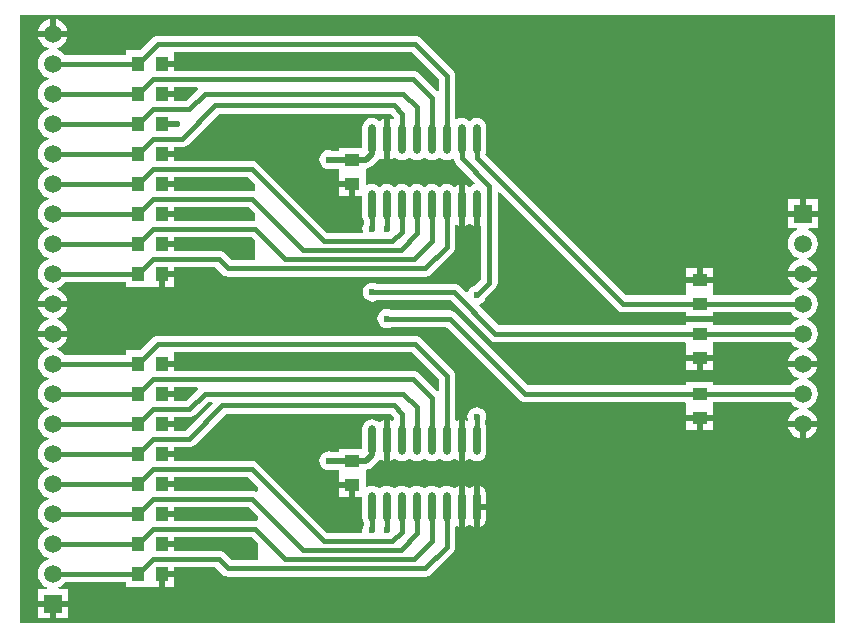
<source format=gtl>
G04*
G04 #@! TF.GenerationSoftware,Altium Limited,Altium Designer,25.2.1 (25)*
G04*
G04 Layer_Physical_Order=1*
G04 Layer_Color=255*
%FSLAX44Y44*%
%MOMM*%
G71*
G04*
G04 #@! TF.SameCoordinates,855B9A58-CFE3-4230-A620-731D9DC95041*
G04*
G04*
G04 #@! TF.FilePolarity,Positive*
G04*
G01*
G75*
%ADD15R,1.2700X1.0160*%
%ADD16O,0.6000X2.5400*%
%ADD17R,1.0160X1.2700*%
%ADD24C,0.3810*%
%ADD25C,0.5000*%
%ADD26C,1.5000*%
%ADD27R,1.5000X1.5000*%
%ADD28C,0.6000*%
G36*
X695000Y5000D02*
X5000D01*
Y520000D01*
X695000D01*
Y5000D01*
D02*
G37*
%LPC*%
G36*
X35040Y516073D02*
Y506340D01*
X44774D01*
X44678Y507063D01*
X43419Y510104D01*
X41415Y512715D01*
X38804Y514719D01*
X35763Y515978D01*
X35040Y516073D01*
D02*
G37*
G36*
X29960D02*
X29237Y515978D01*
X26196Y514719D01*
X23585Y512715D01*
X21581Y510104D01*
X20322Y507063D01*
X20227Y506340D01*
X29960D01*
Y516073D01*
D02*
G37*
G36*
X32500Y503800D02*
D01*
Y501260D01*
X20227D01*
X20322Y500537D01*
X21581Y497496D01*
X23585Y494885D01*
X26196Y492881D01*
X28923Y491752D01*
X28923Y491750D01*
Y490450D01*
X28923Y490448D01*
X26196Y489319D01*
X23585Y487315D01*
X21581Y484704D01*
X20322Y481663D01*
X19892Y478400D01*
X20322Y475137D01*
X21581Y472096D01*
X23585Y469485D01*
X26196Y467481D01*
X28923Y466352D01*
X28923Y466350D01*
Y465050D01*
X28923Y465048D01*
X26196Y463919D01*
X23585Y461915D01*
X21581Y459304D01*
X20322Y456263D01*
X19892Y453000D01*
X20322Y449737D01*
X21581Y446696D01*
X23585Y444085D01*
X26196Y442081D01*
X28923Y440952D01*
X28923Y440950D01*
Y439650D01*
X28923Y439648D01*
X26196Y438519D01*
X23585Y436515D01*
X21581Y433904D01*
X20322Y430863D01*
X19892Y427600D01*
X20322Y424337D01*
X21581Y421296D01*
X23585Y418685D01*
X26196Y416681D01*
X28923Y415552D01*
X28923Y415550D01*
Y414250D01*
X28923Y414248D01*
X26196Y413119D01*
X23585Y411115D01*
X21581Y408504D01*
X20322Y405463D01*
X19892Y402200D01*
X20322Y398937D01*
X21581Y395896D01*
X23585Y393285D01*
X26196Y391281D01*
X28923Y390152D01*
X28923Y390150D01*
Y388850D01*
X28923Y388848D01*
X26196Y387719D01*
X23585Y385715D01*
X21581Y383104D01*
X20322Y380063D01*
X19892Y376800D01*
X20322Y373537D01*
X21581Y370496D01*
X23585Y367885D01*
X26196Y365881D01*
X28923Y364752D01*
X28923Y364750D01*
Y363450D01*
X28923Y363448D01*
X26196Y362319D01*
X23585Y360315D01*
X21581Y357704D01*
X20322Y354663D01*
X19892Y351400D01*
X20322Y348137D01*
X21581Y345096D01*
X23585Y342485D01*
X26196Y340481D01*
X28923Y339352D01*
X28923Y339350D01*
Y338050D01*
X28923Y338048D01*
X26196Y336919D01*
X23585Y334915D01*
X21581Y332304D01*
X20322Y329263D01*
X19892Y326000D01*
X20322Y322737D01*
X21581Y319696D01*
X23585Y317085D01*
X26196Y315081D01*
X28923Y313952D01*
X28923Y313950D01*
Y312650D01*
X28923Y312648D01*
X26196Y311519D01*
X23585Y309515D01*
X21581Y306904D01*
X20322Y303863D01*
X19892Y300600D01*
X20322Y297337D01*
X21581Y294296D01*
X23585Y291685D01*
X26196Y289681D01*
X28923Y288552D01*
X28923Y288550D01*
Y287250D01*
X28923Y287248D01*
X26196Y286119D01*
X23585Y284115D01*
X21581Y281504D01*
X20322Y278463D01*
X20227Y277740D01*
X32500D01*
X44774D01*
X44678Y278463D01*
X43419Y281504D01*
X41415Y284115D01*
X38804Y286119D01*
X36077Y287248D01*
X36077Y287250D01*
Y288550D01*
X36077Y288552D01*
X38804Y289681D01*
X41415Y291685D01*
X42912Y293635D01*
X94760D01*
Y289250D01*
X113810D01*
X114920Y289250D01*
Y289250D01*
X115080D01*
Y289250D01*
X122620D01*
Y300600D01*
X125160D01*
Y303140D01*
X135240D01*
Y306032D01*
X170119D01*
X176075Y300075D01*
X177518Y298969D01*
X179197Y298273D01*
X181000Y298035D01*
X348000D01*
X349803Y298273D01*
X351482Y298969D01*
X352925Y300075D01*
X370975Y318125D01*
X372081Y319568D01*
X372777Y321247D01*
X373014Y323050D01*
X373014Y323050D01*
Y341609D01*
X374285Y342235D01*
X374715Y341905D01*
X376210Y341286D01*
Y358593D01*
Y375900D01*
X374715Y375281D01*
X373241Y374149D01*
X372493Y373986D01*
X372307D01*
X371559Y374149D01*
X370084Y375281D01*
X368138Y376087D01*
X366050Y376362D01*
X363961Y376087D01*
X362015Y375281D01*
X360541Y374149D01*
X359793Y373986D01*
X359607D01*
X358859Y374149D01*
X357384Y375281D01*
X355438Y376087D01*
X353350Y376362D01*
X351261Y376087D01*
X349315Y375281D01*
X347644Y373998D01*
X347635Y373986D01*
X346365D01*
X346356Y373998D01*
X344684Y375281D01*
X342738Y376087D01*
X340650Y376362D01*
X338562Y376087D01*
X336615Y375281D01*
X334944Y373998D01*
X334935Y373986D01*
X333665D01*
X333656Y373998D01*
X331984Y375281D01*
X330038Y376087D01*
X327950Y376362D01*
X325862Y376087D01*
X323915Y375281D01*
X322244Y373998D01*
X322235Y373986D01*
X320965D01*
X320956Y373998D01*
X319284Y375281D01*
X317338Y376087D01*
X315250Y376362D01*
X313162Y376087D01*
X311215Y375281D01*
X309544Y373998D01*
X309535Y373986D01*
X308265D01*
X308256Y373998D01*
X306584Y375281D01*
X304638Y376087D01*
X302550Y376362D01*
X300462Y376087D01*
X298620Y375324D01*
X297694Y375653D01*
X297350Y375822D01*
Y386920D01*
X297350D01*
Y387080D01*
X297350D01*
Y389595D01*
X297551D01*
X299509Y389853D01*
X301334Y390609D01*
X302900Y391811D01*
X307899Y396810D01*
X308884Y398093D01*
X309857Y398415D01*
X310506Y398449D01*
X311215Y397905D01*
X312710Y397286D01*
Y414593D01*
Y431900D01*
X311215Y431281D01*
X309544Y429998D01*
X309535Y429986D01*
X308265D01*
X308256Y429998D01*
X306584Y431281D01*
X304638Y432087D01*
X302550Y432362D01*
X300462Y432087D01*
X298515Y431281D01*
X296844Y429998D01*
X295562Y428327D01*
X294756Y426381D01*
X294481Y424293D01*
Y407240D01*
X274650D01*
Y404725D01*
X268785D01*
X268231Y404954D01*
X266143Y405229D01*
X264054Y404954D01*
X262108Y404148D01*
X260437Y402866D01*
X259154Y401194D01*
X258349Y399248D01*
X258074Y397160D01*
X258349Y395072D01*
X259154Y393125D01*
X260437Y391454D01*
X262108Y390172D01*
X264054Y389366D01*
X266143Y389091D01*
X268231Y389366D01*
X268785Y389595D01*
X274650D01*
Y387080D01*
X274650D01*
Y386920D01*
X274650D01*
Y379380D01*
X286000D01*
Y376840D01*
X288540D01*
Y366760D01*
X294481D01*
Y348893D01*
X294756Y346804D01*
X295562Y344858D01*
X295585Y344828D01*
Y342800D01*
X295562Y342770D01*
X294756Y340824D01*
X294481Y338735D01*
X294756Y336647D01*
X295015Y336021D01*
X294310Y334965D01*
X264885D01*
X205728Y394121D01*
X204286Y395228D01*
X202606Y395924D01*
X200804Y396161D01*
X135240D01*
Y399660D01*
X125160D01*
Y404740D01*
X135240D01*
Y407632D01*
X141727D01*
X143530Y407869D01*
X145210Y408565D01*
X146652Y409672D01*
X173016Y436035D01*
X318115D01*
X320985Y433165D01*
Y431576D01*
X319715Y430950D01*
X319284Y431281D01*
X317790Y431900D01*
Y414593D01*
Y397286D01*
X319284Y397905D01*
X320956Y399187D01*
X320965Y399199D01*
X322235D01*
X322244Y399187D01*
X323915Y397905D01*
X325862Y397099D01*
X327950Y396824D01*
X330038Y397099D01*
X331984Y397905D01*
X333656Y399187D01*
X333665Y399199D01*
X334935D01*
X334944Y399187D01*
X336615Y397905D01*
X338562Y397099D01*
X340650Y396824D01*
X342738Y397099D01*
X344684Y397905D01*
X346356Y399187D01*
X346365Y399199D01*
X347635D01*
X347644Y399187D01*
X349315Y397905D01*
X351261Y397099D01*
X353350Y396824D01*
X355438Y397099D01*
X357384Y397905D01*
X359055Y399187D01*
X359065Y399199D01*
X360335D01*
X360344Y399187D01*
X362015Y397905D01*
X363961Y397099D01*
X366050Y396824D01*
X368138Y397099D01*
X370084Y397905D01*
X370520Y398239D01*
X370673Y398240D01*
X371862Y397668D01*
X372023Y396448D01*
X372718Y394768D01*
X373825Y393325D01*
X389851Y377300D01*
X389442Y376097D01*
X389361Y376087D01*
X387415Y375281D01*
X385941Y374149D01*
X385193Y373986D01*
X385007D01*
X384259Y374149D01*
X382784Y375281D01*
X381290Y375900D01*
Y358593D01*
Y341286D01*
X382784Y341905D01*
X384455Y343187D01*
X384465Y343199D01*
X385735D01*
X385744Y343187D01*
X387415Y341905D01*
X388910Y341286D01*
Y358593D01*
X393990D01*
Y341274D01*
X395035Y340576D01*
Y295985D01*
X389400Y290349D01*
X389361Y290344D01*
X387415Y289538D01*
X385744Y288256D01*
X384462Y286585D01*
X383759Y284887D01*
X382482Y284367D01*
X376925Y289925D01*
X375482Y291031D01*
X373803Y291727D01*
X372000Y291965D01*
X307065D01*
X307034Y291988D01*
X305088Y292794D01*
X303000Y293069D01*
X300912Y292794D01*
X298965Y291988D01*
X297294Y290706D01*
X296012Y289035D01*
X295206Y287088D01*
X294931Y285000D01*
X295206Y282912D01*
X296012Y280965D01*
X297294Y279294D01*
X298965Y278012D01*
X300912Y277206D01*
X303000Y276931D01*
X305088Y277206D01*
X307034Y278012D01*
X307065Y278035D01*
X369115D01*
X402275Y244875D01*
X403718Y243769D01*
X405397Y243073D01*
X407200Y242835D01*
X567752D01*
X568650Y241937D01*
X568650Y239720D01*
X568650Y238450D01*
Y232020D01*
X580000D01*
X591350D01*
Y238450D01*
X591350Y239560D01*
X591350Y240830D01*
Y242835D01*
X657088D01*
X658585Y240885D01*
X661196Y238881D01*
X663923Y237752D01*
X663923Y237750D01*
Y236450D01*
X663923Y236448D01*
X661196Y235319D01*
X658585Y233315D01*
X656581Y230704D01*
X655322Y227663D01*
X655227Y226940D01*
X667500D01*
X679773D01*
X679678Y227663D01*
X678419Y230704D01*
X676415Y233315D01*
X673804Y235319D01*
X671077Y236448D01*
X671077Y236450D01*
Y237750D01*
X671077Y237752D01*
X673804Y238881D01*
X676415Y240885D01*
X678419Y243496D01*
X679678Y246537D01*
X680108Y249800D01*
X679678Y253063D01*
X678419Y256104D01*
X676415Y258715D01*
X673804Y260719D01*
X671077Y261848D01*
X671077Y261850D01*
Y263150D01*
X671077Y263152D01*
X673804Y264281D01*
X676415Y266285D01*
X678419Y268896D01*
X679678Y271937D01*
X680108Y275200D01*
X679678Y278463D01*
X678419Y281504D01*
X676415Y284115D01*
X673804Y286119D01*
X671077Y287248D01*
X671077Y287250D01*
Y288550D01*
X671077Y288552D01*
X673804Y289681D01*
X676415Y291685D01*
X678419Y294296D01*
X679678Y297337D01*
X679773Y298060D01*
X667500D01*
X655227D01*
X655322Y297337D01*
X656581Y294296D01*
X658585Y291685D01*
X661196Y289681D01*
X663923Y288552D01*
X663923Y288550D01*
Y287250D01*
X663923Y287248D01*
X661196Y286119D01*
X658585Y284115D01*
X657088Y282165D01*
X592248D01*
X591350Y283063D01*
X591350Y285280D01*
X591350Y286550D01*
Y292980D01*
X568650D01*
Y286550D01*
X568650Y285440D01*
X568650Y284170D01*
Y282165D01*
X517685D01*
X420081Y379768D01*
X398600Y401250D01*
X399244Y402804D01*
X399519Y404893D01*
Y424293D01*
X399244Y426381D01*
X398438Y428327D01*
X397155Y429998D01*
X395484Y431281D01*
X393538Y432087D01*
X391450Y432362D01*
X389361Y432087D01*
X387415Y431281D01*
X385744Y429998D01*
X385735Y429986D01*
X384465D01*
X384455Y429998D01*
X382784Y431281D01*
X380838Y432087D01*
X378750Y432362D01*
X376661Y432087D01*
X374715Y431281D01*
X374285Y430950D01*
X373014Y431576D01*
Y467950D01*
X372777Y469753D01*
X372081Y471432D01*
X370975Y472875D01*
X343925Y499925D01*
X342482Y501031D01*
X340803Y501727D01*
X339000Y501965D01*
X121440D01*
X119637Y501727D01*
X117958Y501031D01*
X116515Y499925D01*
X106341Y489750D01*
X94760D01*
Y485365D01*
X42912D01*
X41415Y487315D01*
X38804Y489319D01*
X36077Y490448D01*
X36077Y490450D01*
Y491750D01*
X36077Y491752D01*
X38804Y492881D01*
X41415Y494885D01*
X43419Y497496D01*
X44678Y500537D01*
X44774Y501260D01*
X32500D01*
Y503800D01*
D02*
G37*
G36*
X283460Y374300D02*
X274650D01*
Y366760D01*
X283460D01*
Y374300D01*
D02*
G37*
G36*
X680000Y363900D02*
X670040D01*
Y353940D01*
X680000D01*
Y363900D01*
D02*
G37*
G36*
X664960D02*
X655000D01*
Y353940D01*
X664960D01*
Y363900D01*
D02*
G37*
G36*
X680000Y348860D02*
X667500D01*
X655000D01*
Y338900D01*
X662661D01*
X662913Y337630D01*
X661196Y336919D01*
X658585Y334915D01*
X656581Y332304D01*
X655322Y329263D01*
X654892Y326000D01*
X655322Y322737D01*
X656581Y319696D01*
X658585Y317085D01*
X661196Y315081D01*
X663923Y313952D01*
X663923Y313950D01*
Y312650D01*
X663923Y312648D01*
X661196Y311519D01*
X658585Y309515D01*
X656581Y306904D01*
X655322Y303863D01*
X655227Y303140D01*
X667500D01*
X679773D01*
X679678Y303863D01*
X678419Y306904D01*
X676415Y309515D01*
X673804Y311519D01*
X671077Y312648D01*
X671077Y312650D01*
Y313950D01*
X671077Y313952D01*
X673804Y315081D01*
X676415Y317085D01*
X678419Y319696D01*
X679678Y322737D01*
X680108Y326000D01*
X679678Y329263D01*
X678419Y332304D01*
X676415Y334915D01*
X673804Y336919D01*
X672087Y337630D01*
X672339Y338900D01*
X680000D01*
Y348860D01*
D02*
G37*
G36*
X591350Y305600D02*
X582540D01*
Y298060D01*
X591350D01*
Y305600D01*
D02*
G37*
G36*
X577460D02*
X568650D01*
Y298060D01*
X577460D01*
Y305600D01*
D02*
G37*
G36*
X135240Y298060D02*
X127700D01*
Y289250D01*
X135240D01*
Y298060D01*
D02*
G37*
G36*
X44774Y272660D02*
X32500D01*
X20227D01*
X20322Y271937D01*
X21581Y268896D01*
X23585Y266285D01*
X26196Y264281D01*
X28923Y263152D01*
X28923Y263150D01*
Y261850D01*
X28923Y261848D01*
X26196Y260719D01*
X23585Y258715D01*
X21581Y256104D01*
X20322Y253063D01*
X20227Y252340D01*
X32500D01*
X44774D01*
X44678Y253063D01*
X43419Y256104D01*
X41415Y258715D01*
X38804Y260719D01*
X36077Y261848D01*
X36077Y261850D01*
Y263150D01*
X36077Y263152D01*
X38804Y264281D01*
X41415Y266285D01*
X43419Y268896D01*
X44678Y271937D01*
X44774Y272660D01*
D02*
G37*
G36*
X339000Y247965D02*
X121440D01*
X119637Y247727D01*
X117958Y247031D01*
X116515Y245925D01*
X106341Y235750D01*
X94760D01*
Y231365D01*
X42912D01*
X41415Y233315D01*
X38804Y235319D01*
X36077Y236448D01*
X36077Y236450D01*
Y237750D01*
X36077Y237752D01*
X38804Y238881D01*
X41415Y240885D01*
X43419Y243496D01*
X44678Y246537D01*
X44774Y247260D01*
X32500D01*
X20227D01*
X20322Y246537D01*
X21581Y243496D01*
X23585Y240885D01*
X26196Y238881D01*
X28923Y237752D01*
X28923Y237750D01*
Y236450D01*
X28923Y236448D01*
X26196Y235319D01*
X23585Y233315D01*
X21581Y230704D01*
X20322Y227663D01*
X19892Y224400D01*
X20322Y221137D01*
X21581Y218096D01*
X23585Y215485D01*
X26196Y213481D01*
X28923Y212352D01*
X28923Y212350D01*
Y211050D01*
X28923Y211048D01*
X26196Y209919D01*
X23585Y207915D01*
X21581Y205304D01*
X20322Y202263D01*
X19892Y199000D01*
X20322Y195737D01*
X21581Y192696D01*
X23585Y190085D01*
X26196Y188081D01*
X28923Y186952D01*
X28923Y186950D01*
Y185650D01*
X28923Y185648D01*
X26196Y184519D01*
X23585Y182515D01*
X21581Y179904D01*
X20322Y176863D01*
X19892Y173600D01*
X20322Y170337D01*
X21581Y167296D01*
X23585Y164685D01*
X26196Y162681D01*
X28923Y161552D01*
X28923Y161550D01*
Y160250D01*
X28923Y160248D01*
X26196Y159119D01*
X23585Y157115D01*
X21581Y154504D01*
X20322Y151463D01*
X19892Y148200D01*
X20322Y144937D01*
X21581Y141896D01*
X23585Y139285D01*
X26196Y137281D01*
X28923Y136152D01*
X28923Y136150D01*
Y134850D01*
X28923Y134848D01*
X26196Y133719D01*
X23585Y131715D01*
X21581Y129104D01*
X20322Y126063D01*
X19892Y122800D01*
X20322Y119537D01*
X21581Y116496D01*
X23585Y113885D01*
X26196Y111881D01*
X28923Y110752D01*
X28923Y110750D01*
Y109450D01*
X28923Y109448D01*
X26196Y108319D01*
X23585Y106315D01*
X21581Y103704D01*
X20322Y100663D01*
X19892Y97400D01*
X20322Y94137D01*
X21581Y91096D01*
X23585Y88485D01*
X26196Y86481D01*
X28923Y85352D01*
X28923Y85350D01*
Y84050D01*
X28923Y84048D01*
X26196Y82919D01*
X23585Y80915D01*
X21581Y78304D01*
X20322Y75263D01*
X19892Y72000D01*
X20322Y68737D01*
X21581Y65696D01*
X23585Y63085D01*
X26196Y61081D01*
X28923Y59952D01*
X28923Y59950D01*
Y58650D01*
X28923Y58648D01*
X26196Y57519D01*
X23585Y55515D01*
X21581Y52904D01*
X20322Y49863D01*
X19892Y46600D01*
X20322Y43337D01*
X21581Y40296D01*
X23585Y37685D01*
X26196Y35681D01*
X27913Y34970D01*
X27661Y33700D01*
X20000D01*
Y23740D01*
X32500D01*
X45000D01*
Y33700D01*
X37339D01*
X37087Y34970D01*
X38804Y35681D01*
X41415Y37685D01*
X42912Y39635D01*
X94760D01*
Y35250D01*
X113810D01*
X114920Y35250D01*
Y35250D01*
X115080D01*
Y35250D01*
X122620D01*
Y46600D01*
X125160D01*
Y49140D01*
X135240D01*
Y52032D01*
X170119D01*
X176075Y46075D01*
X177518Y44969D01*
X179197Y44273D01*
X181000Y44035D01*
X348000D01*
X349803Y44273D01*
X351482Y44969D01*
X352925Y46075D01*
X370975Y64125D01*
X372081Y65568D01*
X372777Y67247D01*
X373014Y69050D01*
X373014Y69050D01*
Y86424D01*
X374285Y87050D01*
X374715Y86719D01*
X376210Y86100D01*
Y103407D01*
Y120714D01*
X374715Y120095D01*
X373044Y118813D01*
X373035Y118801D01*
X371765D01*
X371755Y118813D01*
X370084Y120095D01*
X368138Y120901D01*
X366050Y121176D01*
X363961Y120901D01*
X362015Y120095D01*
X360344Y118813D01*
X360335Y118801D01*
X359065D01*
X359055Y118813D01*
X357384Y120095D01*
X355438Y120901D01*
X353350Y121176D01*
X351261Y120901D01*
X349315Y120095D01*
X347644Y118813D01*
X347635Y118801D01*
X346365D01*
X346356Y118813D01*
X344684Y120095D01*
X342738Y120901D01*
X340650Y121176D01*
X338562Y120901D01*
X336615Y120095D01*
X334944Y118813D01*
X334935Y118801D01*
X333665D01*
X333656Y118813D01*
X331984Y120095D01*
X330038Y120901D01*
X327950Y121176D01*
X325862Y120901D01*
X323915Y120095D01*
X322244Y118813D01*
X322235Y118801D01*
X320965D01*
X320956Y118813D01*
X319284Y120095D01*
X317338Y120901D01*
X315250Y121176D01*
X313162Y120901D01*
X311215Y120095D01*
X309544Y118813D01*
X309535Y118801D01*
X308265D01*
X308256Y118813D01*
X306584Y120095D01*
X304638Y120901D01*
X302550Y121176D01*
X300462Y120901D01*
X298620Y120139D01*
X297694Y120467D01*
X297350Y120637D01*
Y131920D01*
X297350D01*
Y132080D01*
X297350D01*
Y134595D01*
X297551D01*
X299509Y134853D01*
X301334Y135609D01*
X302900Y136811D01*
X307899Y141810D01*
X308794Y142976D01*
X310053Y143328D01*
X310448Y143308D01*
X311215Y142719D01*
X312710Y142100D01*
Y159407D01*
Y176714D01*
X311215Y176095D01*
X309544Y174813D01*
X309535Y174801D01*
X308265D01*
X308256Y174813D01*
X306584Y176095D01*
X304638Y176901D01*
X302550Y177176D01*
X300462Y176901D01*
X298515Y176095D01*
X296844Y174813D01*
X295562Y173142D01*
X294756Y171196D01*
X294481Y169107D01*
Y152240D01*
X274650D01*
Y149725D01*
X268785D01*
X268231Y149954D01*
X266143Y150229D01*
X264054Y149954D01*
X262108Y149148D01*
X260437Y147866D01*
X259154Y146194D01*
X258349Y144248D01*
X258074Y142160D01*
X258349Y140072D01*
X259154Y138125D01*
X260437Y136454D01*
X262108Y135172D01*
X264054Y134366D01*
X266143Y134091D01*
X268231Y134366D01*
X268785Y134595D01*
X274650D01*
Y132080D01*
X274650D01*
Y131920D01*
X274650D01*
Y124380D01*
X286000D01*
Y121840D01*
X288540D01*
Y111760D01*
X294481D01*
Y93707D01*
X294756Y91619D01*
X295562Y89673D01*
X295585Y89642D01*
Y87615D01*
X295562Y87584D01*
X294756Y85638D01*
X294481Y83550D01*
X294654Y82235D01*
X293688Y80965D01*
X264885D01*
X205728Y140121D01*
X204286Y141228D01*
X202606Y141924D01*
X200804Y142161D01*
X135240D01*
Y145660D01*
X125160D01*
Y150740D01*
X135240D01*
Y153632D01*
X147596D01*
X149399Y153869D01*
X151079Y154565D01*
X152521Y155672D01*
X178885Y182035D01*
X318115D01*
X320985Y179165D01*
Y176391D01*
X319715Y175765D01*
X319284Y176095D01*
X317790Y176714D01*
Y159407D01*
Y142100D01*
X319284Y142719D01*
X320956Y144002D01*
X320965Y144014D01*
X322235D01*
X322244Y144002D01*
X323915Y142719D01*
X325862Y141913D01*
X327950Y141638D01*
X330038Y141913D01*
X331984Y142719D01*
X333656Y144002D01*
X333665Y144014D01*
X334935D01*
X334944Y144002D01*
X336615Y142719D01*
X338562Y141913D01*
X340650Y141638D01*
X342738Y141913D01*
X344684Y142719D01*
X346356Y144002D01*
X346365Y144014D01*
X347635D01*
X347644Y144002D01*
X349315Y142719D01*
X351261Y141913D01*
X353350Y141638D01*
X355438Y141913D01*
X357384Y142719D01*
X359055Y144002D01*
X359065Y144014D01*
X360335D01*
X360344Y144002D01*
X362015Y142719D01*
X363961Y141913D01*
X366050Y141638D01*
X368138Y141913D01*
X370084Y142719D01*
X371755Y144002D01*
X371765Y144014D01*
X373035D01*
X373044Y144002D01*
X374715Y142719D01*
X376210Y142100D01*
Y159407D01*
Y176714D01*
X374715Y176095D01*
X374285Y175765D01*
X373014Y176391D01*
Y213950D01*
X372777Y215753D01*
X372081Y217432D01*
X370975Y218875D01*
X343925Y245925D01*
X342482Y247031D01*
X340803Y247727D01*
X339000Y247965D01*
D02*
G37*
G36*
X591350Y226940D02*
X582540D01*
Y219400D01*
X591350D01*
Y226940D01*
D02*
G37*
G36*
X577460D02*
X568650D01*
Y219400D01*
X577460D01*
Y226940D01*
D02*
G37*
G36*
X315250Y270569D02*
X313162Y270294D01*
X311215Y269488D01*
X309544Y268206D01*
X308262Y266535D01*
X307456Y264588D01*
X307181Y262500D01*
X307456Y260412D01*
X308262Y258465D01*
X309544Y256794D01*
X311215Y255512D01*
X313162Y254706D01*
X315250Y254431D01*
X317338Y254706D01*
X319284Y255512D01*
X319315Y255536D01*
X365615D01*
X427075Y194075D01*
X428518Y192969D01*
X430197Y192273D01*
X432000Y192035D01*
X567752D01*
X568650Y191137D01*
X568650Y188920D01*
X568650Y187650D01*
Y181220D01*
X580000D01*
X591350D01*
Y187650D01*
X591350Y188760D01*
X591350Y190030D01*
Y192035D01*
X657088D01*
X658585Y190085D01*
X661196Y188081D01*
X663923Y186952D01*
X663923Y186950D01*
Y185650D01*
X663923Y185648D01*
X661196Y184519D01*
X658585Y182515D01*
X656581Y179904D01*
X655322Y176863D01*
X655227Y176140D01*
X667500D01*
X679773D01*
X679678Y176863D01*
X678419Y179904D01*
X676415Y182515D01*
X673804Y184519D01*
X671077Y185648D01*
X671077Y185650D01*
Y186950D01*
X671077Y186952D01*
X673804Y188081D01*
X676415Y190085D01*
X678419Y192696D01*
X679678Y195737D01*
X680108Y199000D01*
X679678Y202263D01*
X678419Y205304D01*
X676415Y207915D01*
X673804Y209919D01*
X671077Y211048D01*
X671077Y211050D01*
Y212350D01*
X671077Y212352D01*
X673804Y213481D01*
X676415Y215485D01*
X678419Y218096D01*
X679678Y221137D01*
X679773Y221860D01*
X667500D01*
X655227D01*
X655322Y221137D01*
X656581Y218096D01*
X658585Y215485D01*
X661196Y213481D01*
X663923Y212352D01*
X663923Y212350D01*
Y211050D01*
X663923Y211048D01*
X661196Y209919D01*
X658585Y207915D01*
X657088Y205965D01*
X591350D01*
Y209080D01*
X568650D01*
Y205965D01*
X434885D01*
X373425Y267425D01*
X371982Y268531D01*
X370303Y269227D01*
X368500Y269465D01*
X319315D01*
X319284Y269488D01*
X317338Y270294D01*
X315250Y270569D01*
D02*
G37*
G36*
X391450Y187334D02*
X389361Y187059D01*
X387415Y186253D01*
X385744Y184970D01*
X384462Y183299D01*
X383656Y181353D01*
X383381Y179265D01*
X383656Y177176D01*
X383746Y176958D01*
X382929Y176225D01*
X382718Y176123D01*
X381290Y176714D01*
Y159407D01*
Y142100D01*
X382784Y142719D01*
X384455Y144002D01*
X384465Y144014D01*
X385735D01*
X385744Y144002D01*
X387415Y142719D01*
X389361Y141913D01*
X391450Y141638D01*
X393538Y141913D01*
X395484Y142719D01*
X397155Y144002D01*
X398438Y145673D01*
X399244Y147619D01*
X399519Y149707D01*
Y169107D01*
X399244Y171196D01*
X398438Y173142D01*
X398414Y173172D01*
Y175200D01*
X398438Y175230D01*
X399244Y177176D01*
X399519Y179265D01*
X399244Y181353D01*
X398438Y183299D01*
X397155Y184970D01*
X395484Y186253D01*
X393538Y187059D01*
X391450Y187334D01*
D02*
G37*
G36*
X591350Y176140D02*
X582540D01*
Y168600D01*
X591350D01*
Y176140D01*
D02*
G37*
G36*
X577460D02*
X568650D01*
Y168600D01*
X577460D01*
Y176140D01*
D02*
G37*
G36*
X679773Y171060D02*
X670040D01*
Y161327D01*
X670763Y161422D01*
X673804Y162681D01*
X676415Y164685D01*
X678419Y167296D01*
X679678Y170337D01*
X679773Y171060D01*
D02*
G37*
G36*
X664960D02*
X655227D01*
X655322Y170337D01*
X656581Y167296D01*
X658585Y164685D01*
X661196Y162681D01*
X664237Y161422D01*
X664960Y161327D01*
Y171060D01*
D02*
G37*
G36*
X283460Y119300D02*
X274650D01*
Y111760D01*
X283460D01*
Y119300D01*
D02*
G37*
G36*
X393990Y120714D02*
Y105947D01*
X399519D01*
Y113107D01*
X399244Y115196D01*
X398438Y117142D01*
X397155Y118813D01*
X395484Y120095D01*
X393990Y120714D01*
D02*
G37*
G36*
X381290D02*
Y103407D01*
Y86100D01*
X382784Y86719D01*
X384455Y88002D01*
X384465Y88014D01*
X385735D01*
X385744Y88002D01*
X387415Y86719D01*
X388910Y86100D01*
Y103407D01*
Y120714D01*
X387415Y120095D01*
X385744Y118813D01*
X385735Y118801D01*
X384465D01*
X384455Y118813D01*
X382784Y120095D01*
X381290Y120714D01*
D02*
G37*
G36*
X399519Y100867D02*
X393990D01*
Y86100D01*
X395484Y86719D01*
X397155Y88002D01*
X398438Y89673D01*
X399244Y91619D01*
X399519Y93707D01*
Y100867D01*
D02*
G37*
G36*
X135240Y44060D02*
X127700D01*
Y35250D01*
X135240D01*
Y44060D01*
D02*
G37*
G36*
X45000Y18660D02*
X35040D01*
Y8700D01*
X45000D01*
Y18660D01*
D02*
G37*
G36*
X29960D02*
X20000D01*
Y8700D01*
X29960D01*
Y18660D01*
D02*
G37*
%LPD*%
G36*
X359085Y465065D02*
Y455560D01*
X357815Y455034D01*
X342504Y470345D01*
X341062Y471452D01*
X339382Y472147D01*
X337580Y472385D01*
X135240D01*
Y475860D01*
X125160D01*
Y480940D01*
X135240D01*
Y488035D01*
X336115D01*
X359085Y465065D01*
D02*
G37*
G36*
X155336Y457186D02*
X145111Y446961D01*
X135240D01*
Y450460D01*
X125160D01*
Y455540D01*
X135240D01*
Y458456D01*
X154810D01*
X155336Y457186D01*
D02*
G37*
G36*
X204000Y376151D02*
Y371305D01*
X202730Y370560D01*
X201204Y370761D01*
X135240D01*
Y374260D01*
X125160D01*
Y379340D01*
X135240D01*
Y382232D01*
X197919D01*
X204000Y376151D01*
D02*
G37*
G36*
Y351151D02*
Y345708D01*
X203604Y345361D01*
X135240D01*
Y348860D01*
X125160D01*
Y353940D01*
X135240D01*
Y356832D01*
X198319D01*
X204000Y351151D01*
D02*
G37*
G36*
Y328151D02*
Y311965D01*
X183885D01*
X177928Y317921D01*
X176486Y319028D01*
X174806Y319723D01*
X173004Y319961D01*
X135240D01*
Y323460D01*
X125160D01*
Y328540D01*
X135240D01*
Y331432D01*
X200719D01*
X204000Y328151D01*
D02*
G37*
G36*
X509875Y270275D02*
X511318Y269168D01*
X512997Y268473D01*
X514800Y268235D01*
X568650D01*
Y265120D01*
X591350D01*
Y268235D01*
X657088D01*
X658585Y266285D01*
X661196Y264281D01*
X663923Y263152D01*
X663923Y263150D01*
Y261850D01*
X663923Y261848D01*
X661196Y260719D01*
X658585Y258715D01*
X657088Y256765D01*
X591350D01*
Y259880D01*
X568650D01*
Y256765D01*
X410085D01*
X393267Y273583D01*
X393787Y274859D01*
X395484Y275562D01*
X397155Y276845D01*
X398438Y278516D01*
X399244Y280462D01*
X399249Y280500D01*
X406925Y288176D01*
X408032Y289618D01*
X408727Y291298D01*
X408965Y293100D01*
Y369527D01*
X409902Y369915D01*
X410235Y369916D01*
X509875Y270275D01*
D02*
G37*
G36*
X359085Y211065D02*
Y201560D01*
X357815Y201034D01*
X342504Y216345D01*
X341062Y217452D01*
X339382Y218148D01*
X337580Y218385D01*
X135240D01*
Y221860D01*
X125160D01*
Y226940D01*
X135240D01*
Y234035D01*
X336115D01*
X359085Y211065D01*
D02*
G37*
G36*
X155336Y203186D02*
X145111Y192961D01*
X135240D01*
Y196460D01*
X125160D01*
Y201540D01*
X135240D01*
Y204456D01*
X154810D01*
X155336Y203186D01*
D02*
G37*
G36*
X168013Y190862D02*
X144711Y167561D01*
X135240D01*
Y171060D01*
X125160D01*
Y176140D01*
X135240D01*
Y179032D01*
X147996D01*
X149799Y179269D01*
X151479Y179965D01*
X152921Y181072D01*
X163885Y192035D01*
X167527D01*
X168013Y190862D01*
D02*
G37*
G36*
X206000Y120151D02*
Y116255D01*
X204861Y115694D01*
X204686Y115828D01*
X203006Y116524D01*
X201204Y116761D01*
X135240D01*
Y120260D01*
X125160D01*
Y125340D01*
X135240D01*
Y128232D01*
X197919D01*
X206000Y120151D01*
D02*
G37*
G36*
Y95151D02*
Y92136D01*
X204730Y91213D01*
X203604Y91361D01*
X135240D01*
Y94860D01*
X125160D01*
Y99940D01*
X135240D01*
Y102832D01*
X198319D01*
X206000Y95151D01*
D02*
G37*
G36*
Y72151D02*
Y57965D01*
X183885D01*
X177928Y63921D01*
X176486Y65028D01*
X174806Y65724D01*
X173004Y65961D01*
X135240D01*
Y69460D01*
X125160D01*
Y74540D01*
X135240D01*
Y77432D01*
X200719D01*
X206000Y72151D01*
D02*
G37*
D15*
X286000Y142160D02*
D03*
Y121840D02*
D03*
Y397160D02*
D03*
Y376840D02*
D03*
X580000Y275200D02*
D03*
Y295520D02*
D03*
X580000Y199000D02*
D03*
Y178680D02*
D03*
Y249800D02*
D03*
Y229480D02*
D03*
D16*
X302550Y103407D02*
D03*
X315250D02*
D03*
X327950D02*
D03*
X340650D02*
D03*
X353350D02*
D03*
X366050D02*
D03*
X378750D02*
D03*
X391450D02*
D03*
X302550Y159407D02*
D03*
X315250D02*
D03*
X327950D02*
D03*
X340650D02*
D03*
X353350D02*
D03*
X366050D02*
D03*
X378750D02*
D03*
X391450D02*
D03*
X302550Y358593D02*
D03*
X315250D02*
D03*
X327950D02*
D03*
X340650D02*
D03*
X353350D02*
D03*
X366050D02*
D03*
X378750D02*
D03*
X391450D02*
D03*
X302550Y414593D02*
D03*
X315250D02*
D03*
X327950D02*
D03*
X340650D02*
D03*
X353350D02*
D03*
X366050D02*
D03*
X378750D02*
D03*
X391450D02*
D03*
D17*
X104840Y199000D02*
D03*
X125160D02*
D03*
X104840Y224400D02*
D03*
X125160D02*
D03*
Y300600D02*
D03*
X104840D02*
D03*
X125160Y326000D02*
D03*
X104840D02*
D03*
X125160Y351400D02*
D03*
X104840D02*
D03*
X125160Y376800D02*
D03*
X104840D02*
D03*
X125160Y402200D02*
D03*
X104840D02*
D03*
X125160Y427600D02*
D03*
X104840D02*
D03*
X125160Y453000D02*
D03*
X104840D02*
D03*
X125160Y478400D02*
D03*
X104840D02*
D03*
Y46600D02*
D03*
X125160D02*
D03*
X104840Y72000D02*
D03*
X125160D02*
D03*
X104840Y97400D02*
D03*
X125160D02*
D03*
X104840Y122800D02*
D03*
X125160D02*
D03*
X104840Y148200D02*
D03*
X125160D02*
D03*
X104840Y173600D02*
D03*
X125160D02*
D03*
D24*
X303000Y285000D02*
X372000D01*
X415156Y374844D02*
X514800Y275200D01*
X391450Y398550D02*
X415156Y374844D01*
X514800Y275200D02*
X580000D01*
X391450Y398550D02*
Y414593D01*
Y282550D02*
X402000Y293100D01*
Y375000D01*
X407200Y249800D02*
X580000D01*
X667500D01*
X372000Y285000D02*
X407200Y249800D01*
X315061Y262500D02*
X368500D01*
X432000Y199000D01*
X378750Y398250D02*
X402000Y375000D01*
X378750Y398250D02*
Y414593D01*
X391450Y159407D02*
Y179265D01*
X117236Y439996D02*
X147996D01*
X161000Y453000D02*
X329000D01*
X147996Y439996D02*
X161000Y453000D01*
X117236Y160596D02*
X147596D01*
X176000Y189000D02*
X321000D01*
X147596Y160596D02*
X176000Y189000D01*
X117236Y185996D02*
X147996D01*
X161000Y199000D02*
X329000D01*
X147996Y185996D02*
X161000Y199000D01*
X302550Y338735D02*
Y358593D01*
X315250Y338735D02*
Y358593D01*
Y83550D02*
Y103407D01*
X302550Y83550D02*
Y103407D01*
X432000Y199000D02*
X580000D01*
X667500D01*
X580000Y275200D02*
X667500D01*
X104840Y478400D02*
X121440Y495000D01*
X32500Y478400D02*
X104840D01*
X32500Y453000D02*
X104840D01*
Y427600D02*
X117236Y439996D01*
X32500Y427600D02*
X104840D01*
X117236Y414596D02*
X141727D01*
X104840Y402200D02*
X117236Y414596D01*
X32500Y402200D02*
X104840D01*
Y376800D02*
X117236Y389196D01*
X32500Y376800D02*
X104840D01*
Y351400D02*
X117236Y363796D01*
X32500Y351400D02*
X104840D01*
Y326000D02*
X117236Y338396D01*
X32500Y326000D02*
X104840D01*
Y300600D02*
X117236Y312996D01*
X32500Y300600D02*
X104840D01*
X121440Y495000D02*
X339000D01*
X366050Y467950D01*
Y413407D02*
Y467950D01*
X353350Y413407D02*
Y449650D01*
X327950Y413407D02*
Y436050D01*
X170131Y443000D02*
X321000D01*
X141727Y414596D02*
X170131Y443000D01*
X321000D02*
X327950Y436050D01*
X340650Y413407D02*
Y441350D01*
X329000Y453000D02*
X340650Y441350D01*
X117260Y465420D02*
X337580D01*
X353350Y449650D01*
X104840Y453000D02*
X117260Y465420D01*
X117236Y389196D02*
X200804D01*
X327950Y335950D02*
Y357407D01*
X117236Y363796D02*
X201204D01*
X117236Y312996D02*
X173004D01*
X320000Y328000D02*
X327950Y335950D01*
X262000Y328000D02*
X320000D01*
X200804Y389196D02*
X262000Y328000D01*
X201204Y363796D02*
X244000Y321000D01*
X327000D02*
X340650Y334650D01*
Y357407D01*
X244000Y321000D02*
X327000D01*
X353350Y328350D02*
Y357407D01*
X338000Y313000D02*
X353350Y328350D01*
X366050Y323050D02*
Y357407D01*
X181000Y305000D02*
X348000D01*
X366050Y323050D01*
X173004Y312996D02*
X181000Y305000D01*
X203604Y338396D02*
X229000Y313000D01*
X338000D01*
X117236Y338396D02*
X203604D01*
X117236Y84396D02*
X203604D01*
X229000Y59000D02*
X338000D01*
X203604Y84396D02*
X229000Y59000D01*
X173004Y58996D02*
X181000Y51000D01*
X348000D02*
X366050Y69050D01*
X181000Y51000D02*
X348000D01*
X366050Y69050D02*
Y103407D01*
X338000Y59000D02*
X353350Y74350D01*
Y103407D01*
X244000Y67000D02*
X327000D01*
X340650Y80650D02*
Y103407D01*
X327000Y67000D02*
X340650Y80650D01*
X201204Y109796D02*
X244000Y67000D01*
X200804Y135196D02*
X262000Y74000D01*
X320000D01*
X327950Y81950D01*
X117236Y58996D02*
X173004D01*
X117236Y109796D02*
X201204D01*
X327950Y81950D02*
Y103407D01*
X117236Y135196D02*
X200804D01*
X104840Y199000D02*
X117260Y211420D01*
X337580D02*
X353350Y195650D01*
X117260Y211420D02*
X337580D01*
X329000Y199000D02*
X340650Y187350D01*
Y159407D02*
Y187350D01*
X321000Y189000D02*
X327950Y182050D01*
Y159407D02*
Y182050D01*
X353350Y159407D02*
Y195650D01*
X366050Y159407D02*
Y213950D01*
X339000Y241000D02*
X366050Y213950D01*
X121440Y241000D02*
X339000D01*
X32500Y46600D02*
X104840D01*
X117236Y58996D01*
X32500Y72000D02*
X104840D01*
X117236Y84396D01*
X32500Y97400D02*
X104840D01*
X117236Y109796D01*
X32500Y122800D02*
X104840D01*
X117236Y135196D01*
X32500Y148200D02*
X104840D01*
X117236Y160596D01*
X32500Y173600D02*
X104840D01*
X117236Y185996D01*
X32500Y199000D02*
X104840D01*
X32500Y224400D02*
X104840D01*
X121440Y241000D01*
D25*
X266143Y397160D02*
X286000D01*
X266143Y142160D02*
X286000D01*
X297551D01*
X302550Y147159D01*
Y159593D01*
Y402159D02*
Y414593D01*
X297551Y397160D02*
X302550Y402159D01*
X286000Y397160D02*
X297551D01*
X125160Y46600D02*
X137600D01*
X125160Y72000D02*
X137600D01*
X125160Y97400D02*
X137600D01*
X125160Y122800D02*
X137600D01*
X125160Y148200D02*
X137600D01*
X125160Y173600D02*
X137600D01*
X125160Y199000D02*
X137600D01*
X125160Y224400D02*
X137600D01*
X125160Y300600D02*
X137600D01*
X125160Y326000D02*
X137600D01*
X125160Y351400D02*
X137600D01*
X125160Y376800D02*
X137600D01*
X125160Y402200D02*
X137600D01*
X125160Y427600D02*
X137600D01*
X125160Y453000D02*
X137600D01*
X125160Y478400D02*
X137600D01*
D26*
X32500Y224400D02*
D03*
Y122800D02*
D03*
Y148200D02*
D03*
Y46600D02*
D03*
Y72000D02*
D03*
Y97400D02*
D03*
Y173600D02*
D03*
Y199000D02*
D03*
Y249800D02*
D03*
Y275200D02*
D03*
Y300600D02*
D03*
Y326000D02*
D03*
Y351400D02*
D03*
Y376800D02*
D03*
Y402200D02*
D03*
Y427600D02*
D03*
Y453000D02*
D03*
Y478400D02*
D03*
Y503800D02*
D03*
X667500Y249800D02*
D03*
Y224400D02*
D03*
Y326000D02*
D03*
Y300600D02*
D03*
Y275200D02*
D03*
Y199000D02*
D03*
Y173600D02*
D03*
D27*
X32500Y21200D02*
D03*
X667500Y351400D02*
D03*
D28*
X200000Y225000D02*
D03*
Y318000D02*
D03*
Y349000D02*
D03*
Y374000D02*
D03*
X355772Y462257D02*
D03*
X413000Y416000D02*
D03*
X546292Y262500D02*
D03*
X414000Y237000D02*
D03*
X406000Y275000D02*
D03*
X413000Y360000D02*
D03*
X525000Y165000D02*
D03*
X605000D02*
D03*
Y220000D02*
D03*
X525000D02*
D03*
Y300000D02*
D03*
X605000D02*
D03*
X385000Y130000D02*
D03*
X355000D02*
D03*
X330000D02*
D03*
X200000Y120000D02*
D03*
Y95000D02*
D03*
Y65000D02*
D03*
X380000Y225000D02*
D03*
X335000D02*
D03*
X375000Y385000D02*
D03*
X345000D02*
D03*
X315000D02*
D03*
X380000Y185000D02*
D03*
X360000Y245000D02*
D03*
X285000Y225000D02*
D03*
Y175000D02*
D03*
Y85000D02*
D03*
Y105000D02*
D03*
X250000Y115000D02*
D03*
Y175000D02*
D03*
X200000Y150000D02*
D03*
Y175000D02*
D03*
X110000Y255000D02*
D03*
Y280000D02*
D03*
X200000Y255000D02*
D03*
Y290000D02*
D03*
X250000Y255000D02*
D03*
Y290000D02*
D03*
X390000Y300000D02*
D03*
X380000D02*
D03*
X390000Y330000D02*
D03*
X380000D02*
D03*
X285000Y255000D02*
D03*
Y290000D02*
D03*
Y340000D02*
D03*
Y350000D02*
D03*
Y360000D02*
D03*
X250000D02*
D03*
X260000Y430000D02*
D03*
X290000Y480000D02*
D03*
X200000D02*
D03*
Y430000D02*
D03*
X50000Y515000D02*
D03*
X80000D02*
D03*
X110000D02*
D03*
X140000D02*
D03*
X170000D02*
D03*
X200000D02*
D03*
X230000D02*
D03*
X260000D02*
D03*
X290000D02*
D03*
X320000D02*
D03*
X350000D02*
D03*
X380000D02*
D03*
X410000D02*
D03*
X440000D02*
D03*
X470000D02*
D03*
X500000D02*
D03*
X530000D02*
D03*
X560000D02*
D03*
X590000D02*
D03*
X620000D02*
D03*
X650000D02*
D03*
X680000D02*
D03*
X680000Y130000D02*
D03*
Y100000D02*
D03*
Y70000D02*
D03*
Y40000D02*
D03*
Y10000D02*
D03*
X650000D02*
D03*
X620000D02*
D03*
X590000D02*
D03*
X560000D02*
D03*
X530000D02*
D03*
X500000D02*
D03*
X470000D02*
D03*
X440000D02*
D03*
X410000D02*
D03*
X380000D02*
D03*
X350000D02*
D03*
X320000D02*
D03*
X290000D02*
D03*
X260000D02*
D03*
X230000D02*
D03*
X200000D02*
D03*
X170000D02*
D03*
X140000D02*
D03*
X110000D02*
D03*
X80000D02*
D03*
X50000D02*
D03*
X303000Y285000D02*
D03*
X266143Y397160D02*
D03*
Y142160D02*
D03*
X391450Y282550D02*
D03*
Y179265D02*
D03*
X137600Y46600D02*
D03*
Y72000D02*
D03*
Y97400D02*
D03*
Y122800D02*
D03*
Y148200D02*
D03*
Y173600D02*
D03*
Y199000D02*
D03*
Y224400D02*
D03*
Y300600D02*
D03*
Y326000D02*
D03*
Y351400D02*
D03*
Y376800D02*
D03*
Y402200D02*
D03*
Y427600D02*
D03*
Y453000D02*
D03*
Y478400D02*
D03*
X315250Y262500D02*
D03*
Y338735D02*
D03*
X302550D02*
D03*
X315250Y83550D02*
D03*
X302550D02*
D03*
M02*

</source>
